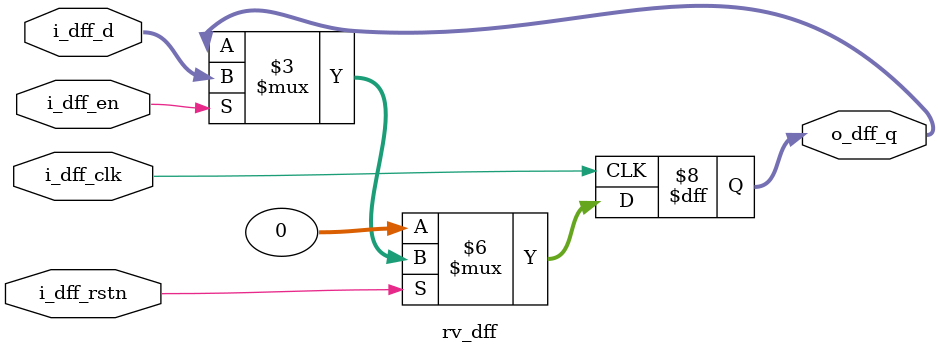
<source format=v>
module rv_dff #(
    parameter   BW_DATA     = 32,
    parameter   INIT_VAL    = 0
)(  
    input                       i_dff_clk,
    input                       i_dff_rstn,
    input                       i_dff_en,
    input       [BW_DATA-1:0]   i_dff_d,
    output reg  [BW_DATA-1:0]   o_dff_q
);
    always @(posedge i_dff_clk) begin
        if (!i_dff_rstn) begin
            o_dff_q <= INIT_VAL;
        end else if (i_dff_en) begin
            o_dff_q <= i_dff_d;
        end
    end
endmodule

</source>
